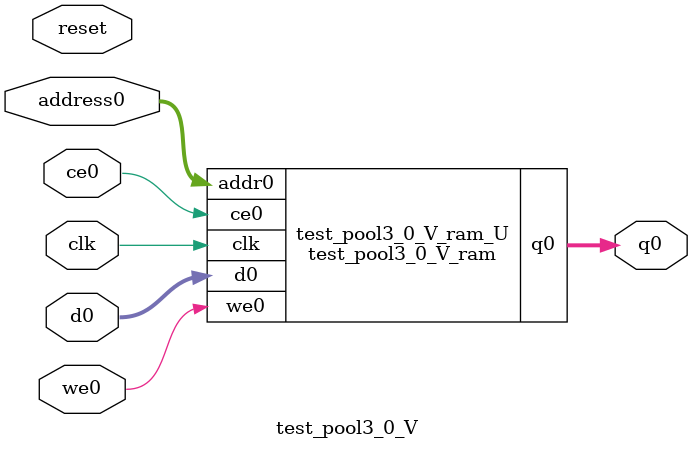
<source format=v>
`timescale 1 ns / 1 ps
module test_pool3_0_V_ram (addr0, ce0, d0, we0, q0,  clk);

parameter DWIDTH = 4;
parameter AWIDTH = 16;
parameter MEM_SIZE = 51200;

input[AWIDTH-1:0] addr0;
input ce0;
input[DWIDTH-1:0] d0;
input we0;
output reg[DWIDTH-1:0] q0;
input clk;

(* ram_style = "block" *)reg [DWIDTH-1:0] ram[0:MEM_SIZE-1];




always @(posedge clk)  
begin 
    if (ce0) begin
        if (we0) 
            ram[addr0] <= d0; 
        q0 <= ram[addr0];
    end
end


endmodule

`timescale 1 ns / 1 ps
module test_pool3_0_V(
    reset,
    clk,
    address0,
    ce0,
    we0,
    d0,
    q0);

parameter DataWidth = 32'd4;
parameter AddressRange = 32'd51200;
parameter AddressWidth = 32'd16;
input reset;
input clk;
input[AddressWidth - 1:0] address0;
input ce0;
input we0;
input[DataWidth - 1:0] d0;
output[DataWidth - 1:0] q0;



test_pool3_0_V_ram test_pool3_0_V_ram_U(
    .clk( clk ),
    .addr0( address0 ),
    .ce0( ce0 ),
    .we0( we0 ),
    .d0( d0 ),
    .q0( q0 ));

endmodule


</source>
